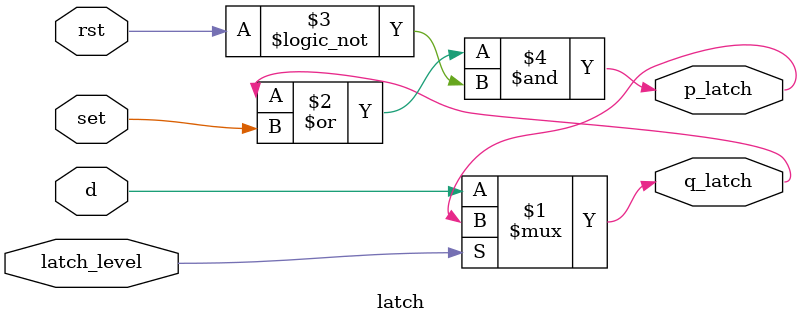
<source format=v>
`timescale 1ns/1ps

module latch(
  input  latch_level,
  input  set,
  input  rst,

  input  d,
  output q_latch,
  output p_latch
   );

   assign #1 q_latch = (latch_level ? p_latch : d);
   assign #1 p_latch = ((q_latch | set) & !rst);

endmodule

</source>
